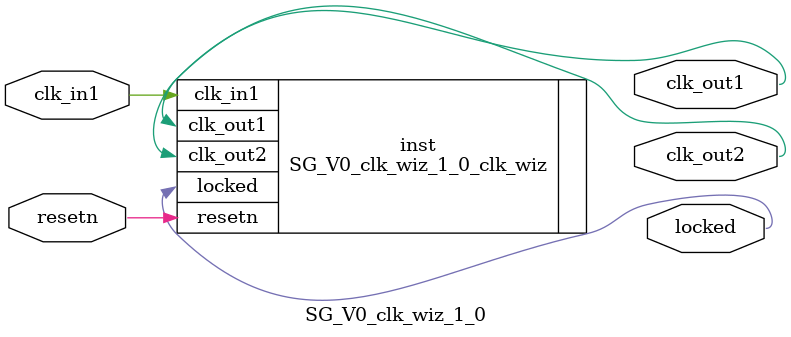
<source format=v>


`timescale 1ps/1ps

(* CORE_GENERATION_INFO = "SG_V0_clk_wiz_1_0,clk_wiz_v5_3_1,{component_name=SG_V0_clk_wiz_1_0,use_phase_alignment=true,use_min_o_jitter=false,use_max_i_jitter=false,use_dyn_phase_shift=false,use_inclk_switchover=false,use_dyn_reconfig=false,enable_axi=0,feedback_source=FDBK_AUTO,PRIMITIVE=MMCM,num_out_clk=2,clkin1_period=10.0,clkin2_period=10.0,use_power_down=false,use_reset=true,use_locked=true,use_inclk_stopped=false,feedback_type=SINGLE,CLOCK_MGR_TYPE=NA,manual_override=false}" *)

module SG_V0_clk_wiz_1_0 
 (
 // Clock in ports
  input         clk_in1,
  // Clock out ports
  output        clk_out1,
  output        clk_out2,
  // Status and control signals
  input         resetn,
  output        locked
 );

  SG_V0_clk_wiz_1_0_clk_wiz inst
  (
 // Clock in ports
  .clk_in1(clk_in1),
  // Clock out ports  
  .clk_out1(clk_out1),
  .clk_out2(clk_out2),
  // Status and control signals               
  .resetn(resetn), 
  .locked(locked)            
  );

endmodule

</source>
